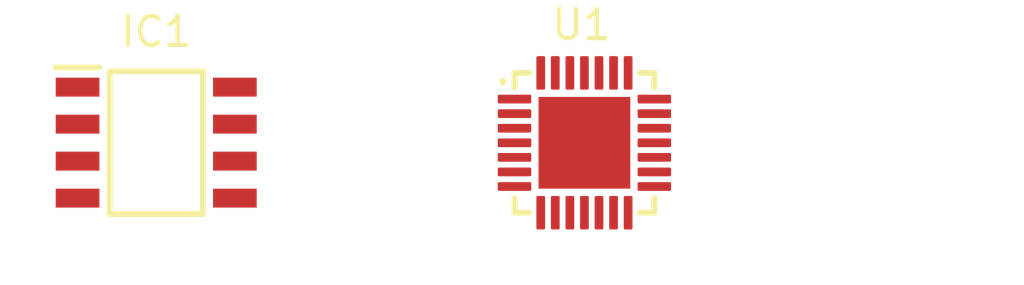
<source format=kicad_pcb>
(kicad_pcb (version 20241229) (generator "pcbnew") (generator_version "9.0")
  (layers (0 "F.Cu" signal) (2 "B.Cu" signal) (13 "F.Paste" user) (15 "B.Paste" user) (5 "F.SilkS" user "F.Silkscreen") (7 "B.SilkS" user "B.Silkscreen") (1 "F.Mask" user) (3 "B.Mask" user) (25 "Edge.Cuts" user))
  (net 0 "")
  (footprint "AS5600-ASOT:SOIC127P600X175-8N" (layer "F.Cu") (at 126.8 93.095)
    (property "Reference" "IC1" (at 0 -3.81 0) (layer "F.SilkS"))
    (property "Value" "AS5600-ASOT")
    (fp_line (start -3.45 -2.58) (end -1.95 -2.58) (stroke (width 0.2)) (layer "F.SilkS"))
    (fp_line (start -1.6 -2.45) (end 1.6 -2.45) (stroke (width 0.2)) (layer "F.SilkS"))
    (fp_line (start -1.6 2.45) (end -1.6 -2.45) (stroke (width 0.2)) (layer "F.SilkS"))
    (fp_line (start 1.6 -2.45) (end 1.6 2.45) (stroke (width 0.2)) (layer "F.SilkS"))
    (fp_line (start 1.6 2.45) (end -1.6 2.45) (stroke (width 0.2)) (layer "F.SilkS"))
    (pad "1" smd rect (at -2.7 -1.905) (size 1.5 0.65) (layers "F.Cu" "F.Mask" "F.Paste"))
    (pad "2" smd rect (at -2.7 -0.635) (size 1.5 0.65) (layers "F.Cu" "F.Mask" "F.Paste"))
    (pad "3" smd rect (at -2.7 0.635) (size 1.5 0.65) (layers "F.Cu" "F.Mask" "F.Paste"))
    (pad "4" smd rect (at -2.7 1.905) (size 1.5 0.65) (layers "F.Cu" "F.Mask" "F.Paste"))
    (pad "5" smd rect (at 2.7 1.905) (size 1.5 0.65) (layers "F.Cu" "F.Mask" "F.Paste"))
    (pad "6" smd rect (at 2.7 0.635) (size 1.5 0.65) (layers "F.Cu" "F.Mask" "F.Paste"))
    (pad "7" smd rect (at 2.7 -0.635) (size 1.5 0.65) (layers "F.Cu" "F.Mask" "F.Paste"))
    (pad "8" smd rect (at 2.7 -1.905) (size 1.5 0.65) (layers "F.Cu" "F.Mask" "F.Paste"))
  )
  (footprint "A4988SETTR-T:QFN50P500X500X90-29N" (layer "F.Cu") (at 141.5 93.1)
    (property "Reference" "U1" (at -0.100195 -4.052675 0) (layer "F.SilkS") (effects (font (size 1.001898 1.001898))))
    (property "Value" "A4988SETTR-T")
    (fp_line (start -2.3984 -2.3984) (end -2.3984 -1.9016) (stroke (width 0.2032)) (layer "F.SilkS"))
    (fp_line (start -2.3984 1.9016) (end -2.3984 2.3984) (stroke (width 0.2032)) (layer "F.SilkS"))
    (fp_line (start -2.3984 2.3984) (end -1.9016 2.3984) (stroke (width 0.2032)) (layer "F.SilkS"))
    (fp_line (start -1.9016 -2.3984) (end -2.3984 -2.3984) (stroke (width 0.2032)) (layer "F.SilkS"))
    (fp_line (start 1.9016 2.3984) (end 2.3984 2.3984) (stroke (width 0.2032)) (layer "F.SilkS"))
    (fp_line (start 2.3984 -2.3984) (end 1.9016 -2.3984) (stroke (width 0.2032)) (layer "F.SilkS"))
    (fp_line (start 2.3984 -1.9016) (end 2.3984 -2.3984) (stroke (width 0.2032)) (layer "F.SilkS"))
    (fp_line (start 2.3984 2.3984) (end 2.3984 1.9016) (stroke (width 0.2032)) (layer "F.SilkS"))
    (fp_circle (center -2.8 -2.1) (end -2.673 -2.1) (fill yes) (layer "F.SilkS"))
    (pad "1" smd roundrect (at -2.4 -1.5) (size 1.15 0.3) (layers "F.Cu" "F.Paste") (roundrect_rratio 0.15))
    (pad "2" smd roundrect (at -2.4 -1) (size 1.15 0.3) (layers "F.Cu" "F.Paste") (roundrect_rratio 0.15))
    (pad "3" smd roundrect (at -2.4 -0.5) (size 1.15 0.3) (layers "F.Cu" "F.Paste") (roundrect_rratio 0.15))
    (pad "4" smd roundrect (at -2.4 0) (size 1.15 0.3) (layers "F.Cu" "F.Paste") (roundrect_rratio 0.15))
    (pad "5" smd roundrect (at -2.4 0.5) (size 1.15 0.3) (layers "F.Cu" "F.Paste") (roundrect_rratio 0.15))
    (pad "6" smd roundrect (at -2.4 1) (size 1.15 0.3) (layers "F.Cu" "F.Paste") (roundrect_rratio 0.15))
    (pad "7" smd roundrect (at -2.4 1.5) (size 1.15 0.3) (layers "F.Cu" "F.Paste") (roundrect_rratio 0.15))
    (pad "8" smd roundrect (at -1.5 2.4) (size 0.3 1.15) (layers "F.Cu" "F.Paste") (roundrect_rratio 0.15))
    (pad "9" smd roundrect (at -1 2.4) (size 0.3 1.15) (layers "F.Cu" "F.Paste") (roundrect_rratio 0.15))
    (pad "10" smd roundrect (at -0.5 2.4) (size 0.3 1.15) (layers "F.Cu" "F.Paste") (roundrect_rratio 0.15))
    (pad "11" smd roundrect (at 0 2.4) (size 0.3 1.15) (layers "F.Cu" "F.Paste") (roundrect_rratio 0.15))
    (pad "12" smd roundrect (at 0.5 2.4) (size 0.3 1.15) (layers "F.Cu" "F.Paste") (roundrect_rratio 0.15))
    (pad "13" smd roundrect (at 1 2.4) (size 0.3 1.15) (layers "F.Cu" "F.Paste") (roundrect_rratio 0.15))
    (pad "14" smd roundrect (at 1.5 2.4) (size 0.3 1.15) (layers "F.Cu" "F.Paste") (roundrect_rratio 0.15))
    (pad "15" smd roundrect (at 2.4 1.5) (size 1.15 0.3) (layers "F.Cu" "F.Paste") (roundrect_rratio 0.15))
    (pad "16" smd roundrect (at 2.4 1) (size 1.15 0.3) (layers "F.Cu" "F.Paste") (roundrect_rratio 0.15))
    (pad "17" smd roundrect (at 2.4 0.5) (size 1.15 0.3) (layers "F.Cu" "F.Paste") (roundrect_rratio 0.15))
    (pad "18" smd roundrect (at 2.4 0) (size 1.15 0.3) (layers "F.Cu" "F.Paste") (roundrect_rratio 0.15))
    (pad "19" smd roundrect (at 2.4 -0.5) (size 1.15 0.3) (layers "F.Cu" "F.Paste") (roundrect_rratio 0.15))
    (pad "20" smd roundrect (at 2.4 -1) (size 1.15 0.3) (layers "F.Cu" "F.Paste") (roundrect_rratio 0.15))
    (pad "21" smd roundrect (at 2.4 -1.5) (size 1.15 0.3) (layers "F.Cu" "F.Paste") (roundrect_rratio 0.15))
    (pad "22" smd roundrect (at 1.5 -2.4) (size 0.3 1.15) (layers "F.Cu" "F.Paste") (roundrect_rratio 0.15))
    (pad "23" smd roundrect (at 1 -2.4) (size 0.3 1.15) (layers "F.Cu" "F.Paste") (roundrect_rratio 0.15))
    (pad "24" smd roundrect (at 0.5 -2.4) (size 0.3 1.15) (layers "F.Cu" "F.Paste") (roundrect_rratio 0.15))
    (pad "25" smd roundrect (at 0 -2.4) (size 0.3 1.15) (layers "F.Cu" "F.Paste") (roundrect_rratio 0.15))
    (pad "26" smd roundrect (at -0.5 -2.4) (size 0.3 1.15) (layers "F.Cu" "F.Paste") (roundrect_rratio 0.15))
    (pad "27" smd roundrect (at -1 -2.4) (size 0.3 1.15) (layers "F.Cu" "F.Paste") (roundrect_rratio 0.15))
    (pad "28" smd roundrect (at -1.5 -2.4) (size 0.3 1.15) (layers "F.Cu" "F.Paste") (roundrect_rratio 0.15))
    (pad "29" smd rect (at 0 0) (size 3.15 3.15) (layers "F.Cu" "F.Mask"))
  )
)
</source>
